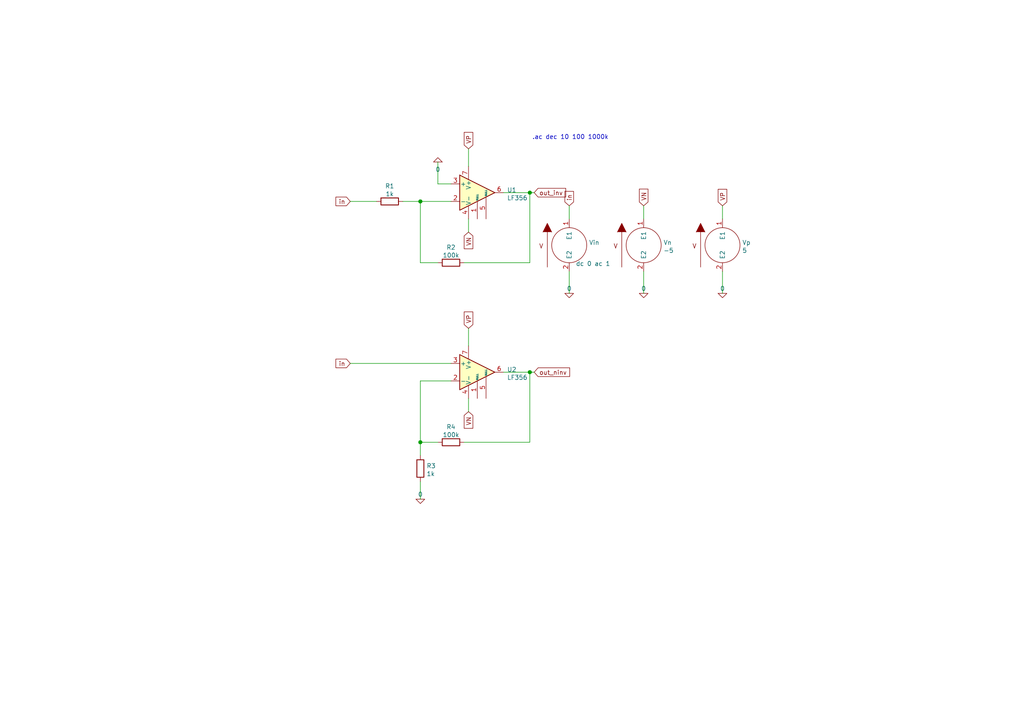
<source format=kicad_sch>
(kicad_sch (version 20211123) (generator eeschema)
  (paper "A4")
  (lib_symbols
    (symbol "Amplifier_Operational:LF356" (pin_names (offset 0.127))
      (property "Reference" "U" (at 0 6.35 0))
      (property "Value" "LF356" (at 0 3.81 0))
      (symbol "LF356_0_1"
        (polyline (pts (xy -5.08 5.08) (xy 5.08 0) (xy -5.08 -5.08) (xy -5.08 5.08)) (stroke (width 0.254)) (fill (type background)))
      )
      (symbol "LF356_1_1"
        (pin input line (at 0 -7.62 90) (length 5.08) (name "NULL") (number "1"))
        (pin input line (at -7.62 -2.54 0) (length 2.54) (name "-") (number "2"))
        (pin input line (at -7.62 2.54 0) (length 2.54) (name "+") (number "3"))
        (pin power_in line (at -2.54 -7.62 90) (length 3.81) (name "V-") (number "4"))
        (pin input line (at 2.54 -7.62 90) (length 6.35) (name "NULL") (number "5"))
        (pin output line (at 7.62 0 180) (length 2.54) (name "~") (number "6"))
        (pin power_in line (at -2.54 7.62 270) (length 3.81) (name "V+") (number "7"))
        (pin no_connect line (at 0 2.54 270) (length 2.54) hide (name "NC") (number "8"))
      )
    )
    (symbol "Device:R" (pin_numbers hide) (pin_names (offset 0))
      (property "Reference" "R" (at 2.032 0 90))
      (property "Value" "R" (at 0 0 90))
      (symbol "R_0_1"
        (rectangle (start -1.016 -2.54) (end 1.016 2.54) (stroke (width 0.254)))
      )
      (symbol "R_1_1"
        (pin passive line (at 0 3.81 270) (length 1.27) (name "~") (number "1"))
        (pin passive line (at 0 -3.81 90) (length 1.27) (name "~") (number "2"))
      )
    )
    (symbol "pspice:0" (power) (pin_names (offset 0))
      (property "Value" "0" (at 0 -1.778 0))
      (symbol "0_0_1"
        (polyline (pts (xy -1.27 0) (xy 0 -1.27) (xy 1.27 0) (xy -1.27 0)))
      )
      (symbol "0_1_1"
        (pin power_in line (at 0 0 0) (length 0) hide (name "0") (number "1"))
      )
    )
    (symbol "pspice:VSOURCE" (pin_names (offset 1.016))
      (property "Reference" "V" (at -6.35 7.62 0))
      (property "Value" "VSOURCE" (at 0 0 0))
      (symbol "VSOURCE_0_1"
        (polyline (pts (xy -6.35 -6.35) (xy -6.35 3.81)) (fill (type outline)))
        (polyline (pts (xy -7.62 3.81) (xy -6.35 6.35) (xy -5.08 3.81)) (fill (type outline)))
        (circle (center 0 0) (radius 5.08))
        (text "V" (at -8.128 -0.254 0) (effects (font (size 1.27 1.27))))
      )
      (symbol "VSOURCE_1_1"
        (pin input line (at 0 7.62 270) (length 2.54) (name "E1") (number "1"))
        (pin input line (at 0 -7.62 90) (length 2.54) (name "E2") (number "2"))
      )
    )
  )
  (junction (at 121.92 58.42) (diameter 1.016))
  (junction (at 153.67 107.95) (diameter 1.016))
  (junction (at 153.67 55.88) (diameter 1.016))
  (junction (at 121.92 128.27) (diameter 1.016))
  (wire (pts (xy 127 128.27) (xy 121.92 128.27)))
  (wire (pts (xy 121.92 110.49) (xy 130.81 110.49)))
  (wire (pts (xy 101.6 105.41) (xy 130.81 105.41)))
  (wire (pts (xy 146.05 55.88) (xy 153.67 55.88)))
  (wire (pts (xy 153.67 55.88) (xy 154.94 55.88)))
  (wire (pts (xy 121.92 139.7) (xy 121.92 144.78)))
  (wire (pts (xy 127 46.99) (xy 127 53.34)))
  (wire (pts (xy 130.81 53.34) (xy 127 53.34)))
  (wire (pts (xy 153.67 128.27) (xy 153.67 107.95)))
  (wire (pts (xy 135.89 95.25) (xy 135.89 100.33)))
  (wire (pts (xy 209.55 59.69) (xy 209.55 63.5)))
  (wire (pts (xy 121.92 128.27) (xy 121.92 132.08)))
  (wire (pts (xy 186.69 59.69) (xy 186.69 63.5)))
  (wire (pts (xy 134.62 128.27) (xy 153.67 128.27)))
  (wire (pts (xy 121.92 110.49) (xy 121.92 128.27)))
  (wire (pts (xy 209.55 78.74) (xy 209.55 85.09)))
  (wire (pts (xy 186.69 78.74) (xy 186.69 85.09)))
  (wire (pts (xy 146.05 107.95) (xy 153.67 107.95)))
  (wire (pts (xy 165.1 59.69) (xy 165.1 63.5)))
  (wire (pts (xy 116.84 58.42) (xy 121.92 58.42)))
  (wire (pts (xy 121.92 58.42) (xy 130.81 58.42)))
  (wire (pts (xy 153.67 107.95) (xy 154.94 107.95)))
  (wire (pts (xy 135.89 115.57) (xy 135.89 119.38)))
  (wire (pts (xy 135.89 43.18) (xy 135.89 48.26)))
  (wire (pts (xy 101.6 58.42) (xy 109.22 58.42)))
  (wire (pts (xy 135.89 63.5) (xy 135.89 67.31)))
  (wire (pts (xy 134.62 76.2) (xy 153.67 76.2)))
  (wire (pts (xy 153.67 76.2) (xy 153.67 55.88)))
  (wire (pts (xy 165.1 78.74) (xy 165.1 85.09)))
  (wire (pts (xy 121.92 58.42) (xy 121.92 76.2)))
  (wire (pts (xy 127 76.2) (xy 121.92 76.2)))
  (text ".ac dec 10 100 1000k" (at 176.53 40.64 180) (effects (font (size 1.27 1.27)) (justify right bottom)))
  (global_label "VP" (shape input) (at 135.89 43.18 90) (property "Intersheet References" "${INTERSHEET_REFS}" (effects hide)))
  (global_label "in" (shape input) (at 101.6 58.42 180) (property "Intersheet References" "${INTERSHEET_REFS}" (effects hide)))
  (global_label "VN" (shape input) (at 135.89 67.31 270) (property "Intersheet References" "${INTERSHEET_REFS}" (effects hide)))
  (global_label "in" (shape input) (at 165.1 59.69 90) (property "Intersheet References" "${INTERSHEET_REFS}" (effects hide)))
  (global_label "VP" (shape input) (at 209.55 59.69 90) (property "Intersheet References" "${INTERSHEET_REFS}" (effects hide)))
  (global_label "VP" (shape input) (at 135.89 95.25 90) (property "Intersheet References" "${INTERSHEET_REFS}" (effects hide)))
  (global_label "in" (shape input) (at 101.6 105.41 180) (property "Intersheet References" "${INTERSHEET_REFS}" (effects hide)))
  (global_label "out_ninv" (shape input) (at 154.94 107.95 0) (property "Intersheet References" "${INTERSHEET_REFS}" (effects hide)))
  (global_label "out_inv" (shape input) (at 154.94 55.88 0) (property "Intersheet References" "${INTERSHEET_REFS}" (effects hide)))
  (global_label "VN" (shape input) (at 135.89 119.38 270) (property "Intersheet References" "${INTERSHEET_REFS}" (effects hide)))
  (global_label "VN" (shape input) (at 186.69 59.69 90) (property "Intersheet References" "${INTERSHEET_REFS}" (effects hide)))
  (symbol (lib_id "pspice:VSOURCE") (at 209.55 71.12 0) (unit 1)
    (property "Reference" "Vp" (at 215.2651 70.3591 0) (effects (justify left)))
    (property "Value" "5" (at 215.2651 72.6578 0) (effects (justify left)))
  )
  (symbol (lib_id "pspice:VSOURCE") (at 186.69 71.12 0) (unit 1)
    (property "Reference" "Vn" (at 192.4051 70.3591 0) (effects (justify left)))
    (property "Value" "-5" (at 192.4051 72.6578 0) (effects (justify left)))
  )
  (symbol (lib_id "Device:R") (at 130.81 76.2 270) (unit 1)
    (property "Reference" "R2" (at 130.81 71.7508 90))
    (property "Value" "100k" (at 130.81 74.0495 90))
  )
  (symbol (lib_id "pspice:0") (at 121.92 144.78 0) (unit 1)
    (property "Reference" "#GND?" (effects hide))
    (property "Value" "0" (at 121.92 143.3916 0))
  )
  (symbol (lib_id "Device:R") (at 113.03 58.42 270) (unit 1)
    (property "Reference" "R1" (at 113.03 53.9708 90))
    (property "Value" "1k" (at 113.03 56.2695 90))
  )
  (symbol (lib_id "Amplifier_Operational:LF356") (at 138.43 55.88 0) (unit 1)
    (property "Reference" "U1" (at 147.0661 55.1191 0) (effects (justify left)))
    (property "Value" "LF356" (at 147.0661 57.4178 0) (effects (justify left)))
    (property "Datasheet" "http://www.ti.com/lit/ds/symlink/lf357.pdf" (effects hide))
    (property "Spice_Primitive" "X" (effects hide))
    (property "Spice_Model" "LF356/NS" (effects hide))
    (property "Spice_Netlist_Enabled" "Y" (effects hide))
    (property "Spice_Node_Sequence" "3 2 7 4 6" (effects hide))
    (property "Spice_Lib_File" "LF356.MOD" (effects hide))
  )
  (symbol (lib_id "pspice:VSOURCE") (at 165.1 71.12 0) (unit 1)
    (property "Reference" "Vin" (at 170.8151 70.3591 0) (effects (justify left)))
    (property "Value" "dc 0 ac 1" (at 167.0051 76.4678 0) (effects (justify left)))
  )
  (symbol (lib_id "pspice:0") (at 186.69 85.09 0) (unit 1)
    (property "Reference" "#GND?" (effects hide))
    (property "Value" "0" (at 186.69 83.7016 0))
  )
  (symbol (lib_id "Amplifier_Operational:LF356") (at 138.43 107.95 0) (unit 1)
    (property "Reference" "U2" (at 147.0661 107.1891 0) (effects (justify left)))
    (property "Value" "LF356" (at 147.0661 109.4878 0) (effects (justify left)))
    (property "Datasheet" "http://www.ti.com/lit/ds/symlink/lf357.pdf" (effects hide))
    (property "Spice_Primitive" "X" (effects hide))
    (property "Spice_Model" "LF356/NS" (effects hide))
    (property "Spice_Netlist_Enabled" "Y" (effects hide))
    (property "Spice_Node_Sequence" "3 2 7 4 6" (effects hide))
    (property "Spice_Lib_File" "LF356.MOD" (effects hide))
  )
  (symbol (lib_id "Device:R") (at 130.81 128.27 270) (unit 1)
    (property "Reference" "R4" (at 130.81 123.8208 90))
    (property "Value" "100k" (at 130.81 126.1195 90))
  )
  (symbol (lib_id "pspice:0") (at 165.1 85.09 0) (unit 1)
    (property "Reference" "#GND?" (effects hide))
    (property "Value" "0" (at 165.1 83.7016 0))
  )
  (symbol (lib_id "pspice:0") (at 209.55 85.09 0) (unit 1)
    (property "Reference" "#GND?" (effects hide))
    (property "Value" "0" (at 209.55 83.7016 0))
  )
  (symbol (lib_id "Device:R") (at 121.92 135.89 0) (unit 1)
    (property "Reference" "R3" (at 123.6981 135.1291 0) (effects (justify left)))
    (property "Value" "1k" (at 123.6981 137.4278 0) (effects (justify left)))
  )
  (symbol (lib_id "pspice:0") (at 127 46.99 180) (unit 1)
    (property "Reference" "#GND?" (effects hide))
    (property "Value" "0" (at 127 49.1554 0))
  )
)
</source>
